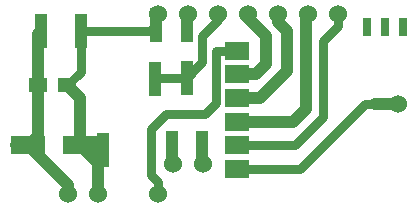
<source format=gbr>
G04 #@! TF.FileFunction,Copper,L1,Top,Signal*
%FSLAX46Y46*%
G04 Gerber Fmt 4.6, Leading zero omitted, Abs format (unit mm)*
G04 Created by KiCad (PCBNEW 4.0.6) date Saturday, 23 January 2021 'PMt' 14:53:37*
%MOMM*%
%LPD*%
G01*
G04 APERTURE LIST*
%ADD10C,0.100000*%
%ADD11C,1.524000*%
%ADD12R,2.000000X1.500000*%
%ADD13R,0.800000X1.500000*%
%ADD14R,1.500000X1.250000*%
%ADD15R,3.000000X1.600000*%
%ADD16R,1.000000X3.000000*%
%ADD17C,0.800000*%
%ADD18C,1.000000*%
G04 APERTURE END LIST*
D10*
D11*
X34510000Y18300000D03*
X24350000Y18300000D03*
X26890000Y18300000D03*
X29430000Y18300000D03*
X11650000Y3060000D03*
X14190000Y3060000D03*
X19270000Y3060000D03*
X21810000Y18300000D03*
X31970000Y18300000D03*
X39590000Y10680000D03*
X20540000Y5600000D03*
X23080000Y5600000D03*
X19270000Y18300000D03*
D12*
X26000000Y15200000D03*
D13*
X40000000Y17200000D03*
X38500000Y17200000D03*
X37000000Y17200000D03*
D12*
X26000000Y13200000D03*
X26000000Y11200000D03*
X26000000Y9200000D03*
X26000000Y7200000D03*
X26000000Y5200000D03*
D14*
X9100000Y12250000D03*
X11600000Y12250000D03*
D15*
X8300000Y7200000D03*
X12700000Y7200000D03*
D16*
X21725000Y17400000D03*
X12775000Y16900000D03*
X19050000Y12825000D03*
X9400000Y16900000D03*
X23050000Y7000000D03*
X20500000Y6950000D03*
X21725000Y12900000D03*
X14600000Y6750000D03*
X19125000Y17400000D03*
D17*
X37680000Y10680000D02*
X36830000Y10680000D01*
D18*
X39590000Y10680000D02*
X37680000Y10680000D01*
D17*
X31350000Y5200000D02*
X26000000Y5200000D01*
X36830000Y10680000D02*
X31350000Y5200000D01*
X12775000Y16900000D02*
X18625000Y16900000D01*
X18625000Y16900000D02*
X19125000Y17400000D01*
X12775000Y16900000D02*
X12775000Y13425000D01*
X12775000Y13425000D02*
X11600000Y12250000D01*
D18*
X14190000Y3060000D02*
X14190000Y5710000D01*
X14190000Y5710000D02*
X12700000Y7200000D01*
X12700000Y7200000D02*
X12700000Y11150000D01*
X12700000Y11150000D02*
X11600000Y12250000D01*
X9100000Y12250000D02*
X9100000Y16600000D01*
X9100000Y16600000D02*
X9400000Y16900000D01*
X8300000Y7200000D02*
X8200000Y7200000D01*
X8300000Y7200000D02*
X7250000Y7200000D01*
X9100000Y12250000D02*
X9100000Y8000000D01*
X9100000Y8000000D02*
X8300000Y7200000D01*
X11650000Y3060000D02*
X11650000Y3850000D01*
X11650000Y3850000D02*
X8300000Y7200000D01*
X26890000Y18300000D02*
X26890000Y17960000D01*
X26890000Y17960000D02*
X28400000Y16450000D01*
X28400000Y16450000D02*
X28400000Y14050000D01*
X28400000Y14050000D02*
X27550000Y13200000D01*
X27550000Y13200000D02*
X26000000Y13200000D01*
X29430000Y18300000D02*
X29430000Y17620000D01*
X29430000Y17620000D02*
X30200000Y16850000D01*
X30200000Y16850000D02*
X30200000Y13450002D01*
X30200000Y13450002D02*
X27949998Y11200000D01*
X26000000Y11200000D02*
X27949998Y11200000D01*
X26000000Y9200000D02*
X30750000Y9200000D01*
X31850000Y10300000D02*
X31850000Y18180000D01*
X30750000Y9200000D02*
X31850000Y10300000D01*
X31850000Y18180000D02*
X31970000Y18300000D01*
D17*
X19270000Y3060000D02*
X19270000Y4105000D01*
X24200000Y15200000D02*
X26000000Y15200000D01*
X24200000Y10750000D02*
X24200000Y15200000D01*
X23275000Y9825000D02*
X24200000Y10750000D01*
X20000000Y9825000D02*
X23275000Y9825000D01*
X18725000Y8550000D02*
X20000000Y9825000D01*
X18725000Y4650000D02*
X18725000Y8550000D01*
X19270000Y4105000D02*
X18725000Y4650000D01*
D18*
X19270000Y3060000D02*
X19270000Y3130000D01*
D17*
X21725000Y12900000D02*
X19125000Y12900000D01*
X19125000Y12900000D02*
X19050000Y12825000D01*
X24350000Y18300000D02*
X24350000Y17800000D01*
X24350000Y17800000D02*
X23025000Y16475000D01*
X23025000Y16475000D02*
X23025000Y14200000D01*
X23025000Y14200000D02*
X21650000Y12825000D01*
X34510000Y18300000D02*
X34510000Y17260000D01*
X30850000Y7200000D02*
X26000000Y7200000D01*
X33275000Y9625000D02*
X30850000Y7200000D01*
X33275000Y16025000D02*
X33275000Y9625000D01*
X34510000Y17260000D02*
X33275000Y16025000D01*
M02*

</source>
